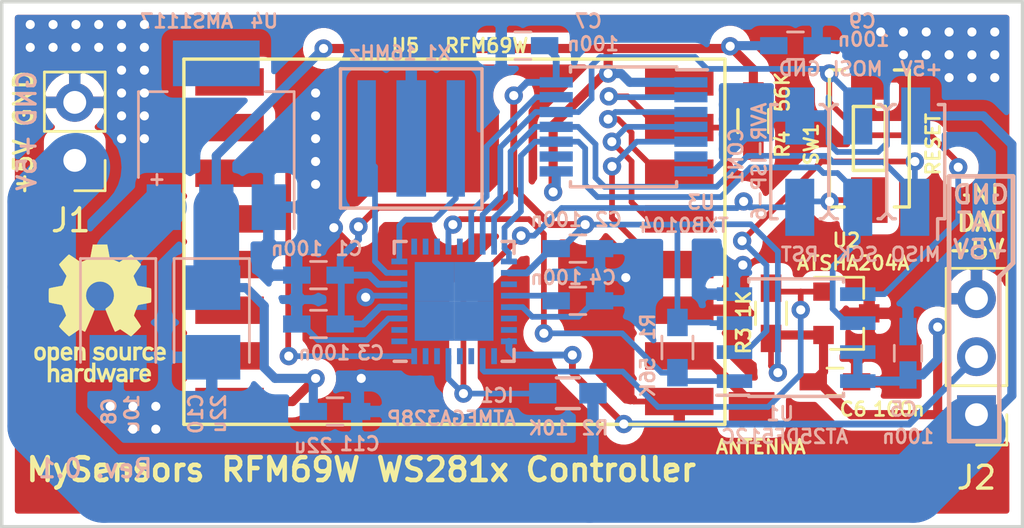
<source format=kicad_pcb>
(kicad_pcb (version 20170123) (host pcbnew no-vcs-found-342f28f~58~ubuntu16.04.1)
  (layers (0 F.Cu signal) (31 B.Cu signal) (34 B.Paste user) (35 F.Paste user) (36 B.SilkS user) (37 F.SilkS user) (38 B.Mask user) (39 F.Mask user) (44 Edge.Cuts user))
  (net 0 "")
  (net 1 GND)
  (net 2 +5V)
  (net 3 "Net-(C4-Pad2)")
  (net 4 /RST)
  (net 5 +3V3)
  (net 6 /MISO)
  (net 7 /SCK)
  (net 8 /MOSI)
  (net 9 "Net-(IC1-Pad8)")
  (net 10 "Net-(IC1-Pad7)")
  (net 11 /ATSHA204A)
  (net 12 /RFM69W_INT)
  (net 13 /RFM69W_SS)
  (net 14 /SPI_FLASH_SS)
  (net 15 "Net-(P1-Pad1)")
  (net 16 "Net-(R4-Pad1)")
  (net 17 "Net-(U3-Pad5)")
  (net 18 "Net-(U3-Pad4)")
  (net 19 "Net-(U3-Pad3)")
  (net 20 /D_OUT)
  (module myfootprints:1pin (layer F.Cu) (at 74.75 74.75 90)
    (fp_text reference REF** hide)
    (fp_text value 1pin hide)
    (pad "" thru_hole circle (at 0 0 90) (size 0.8 0.8) (drill 0.4) (layers *.Cu) (net 1 GND))
  )
  (module myfootprints:1pin (layer F.Cu) (at 77.75 74.75 90)
    (fp_text reference REF** hide)
    (fp_text value 1pin hide)
    (pad "" thru_hole circle (at 0 0 90) (size 0.8 0.8) (drill 0.4) (layers *.Cu) (net 1 GND))
  )
  (module myfootprints:1pin (layer F.Cu) (at 77.75 73.75 90)
    (fp_text reference REF** hide)
    (fp_text value 1pin hide)
    (pad "" thru_hole circle (at 0 0 90) (size 0.8 0.8) (drill 0.4) (layers *.Cu) (net 1 GND))
  )
  (module myfootprints:1pin (layer F.Cu) (at 75.75 73.75 90)
    (fp_text reference REF** hide)
    (fp_text value 1pin hide)
    (pad "" thru_hole circle (at 0 0 90) (size 0.8 0.8) (drill 0.4) (layers *.Cu) (net 1 GND))
  )
  (module myfootprints:1pin (layer F.Cu) (at 76.75 73.75 90)
    (fp_text reference REF** hide)
    (fp_text value 1pin hide)
    (pad "" thru_hole circle (at 0 0 90) (size 0.8 0.8) (drill 0.4) (layers *.Cu) (net 1 GND))
  )
  (module myfootprints:1pin (layer F.Cu) (at 74.75 73.75 90)
    (fp_text reference REF** hide)
    (fp_text value 1pin hide)
    (pad "" thru_hole circle (at 0 0 90) (size 0.8 0.8) (drill 0.4) (layers *.Cu) (net 1 GND))
  )
  (module myfootprints:1pin (layer F.Cu) (at 76.75 74.75 90)
    (fp_text reference REF** hide)
    (fp_text value 1pin hide)
    (pad "" thru_hole circle (at 0 0 90) (size 0.8 0.8) (drill 0.4) (layers *.Cu) (net 1 GND))
  )
  (module myfootprints:1pin (layer F.Cu) (at 75.75 74.75 90)
    (fp_text reference REF** hide)
    (fp_text value 1pin hide)
    (pad "" thru_hole circle (at 0 0 90) (size 0.8 0.8) (drill 0.4) (layers *.Cu) (net 1 GND))
  )
  (module myfootprints:1pin (layer F.Cu) (at 117 76.075 90)
    (fp_text reference REF** hide)
    (fp_text value 1pin hide)
    (pad "" thru_hole circle (at 0 0 90) (size 0.8 0.8) (drill 0.4) (layers *.Cu) (net 1 GND))
  )
  (module myfootprints:1pin (layer F.Cu) (at 116 76.075 90)
    (fp_text reference REF** hide)
    (fp_text value 1pin hide)
    (pad "" thru_hole circle (at 0 0 90) (size 0.8 0.8) (drill 0.4) (layers *.Cu) (net 1 GND))
  )
  (module myfootprints:1pin (layer F.Cu) (at 115 76.075 90)
    (fp_text reference REF** hide)
    (fp_text value 1pin hide)
    (pad "" thru_hole circle (at 0 0 90) (size 0.8 0.8) (drill 0.4) (layers *.Cu) (net 1 GND))
  )
  (module myfootprints:1pin (layer F.Cu) (at 114 74.075 90)
    (fp_text reference REF** hide)
    (fp_text value 1pin hide)
    (pad "" thru_hole circle (at 0 0 90) (size 0.8 0.8) (drill 0.4) (layers *.Cu) (net 1 GND))
  )
  (module myfootprints:1pin (layer F.Cu) (at 112 74.075 90)
    (fp_text reference REF** hide)
    (fp_text value 1pin hide)
    (pad "" thru_hole circle (at 0 0 90) (size 0.8 0.8) (drill 0.4) (layers *.Cu) (net 1 GND))
  )
  (module myfootprints:1pin (layer F.Cu) (at 114 75.075 90)
    (fp_text reference REF** hide)
    (fp_text value 1pin hide)
    (pad "" thru_hole circle (at 0 0 90) (size 0.8 0.8) (drill 0.4) (layers *.Cu) (net 1 GND))
  )
  (module myfootprints:1pin (layer F.Cu) (at 115 75.075 90)
    (fp_text reference REF** hide)
    (fp_text value 1pin hide)
    (pad "" thru_hole circle (at 0 0 90) (size 0.8 0.8) (drill 0.4) (layers *.Cu) (net 1 GND))
  )
  (module myfootprints:1pin (layer F.Cu) (at 115 74.075 90)
    (fp_text reference REF** hide)
    (fp_text value 1pin hide)
    (pad "" thru_hole circle (at 0 0 90) (size 0.8 0.8) (drill 0.4) (layers *.Cu) (net 1 GND))
  )
  (module myfootprints:1pin (layer F.Cu) (at 116 75.075 90)
    (fp_text reference REF** hide)
    (fp_text value 1pin hide)
    (pad "" thru_hole circle (at 0 0 90) (size 0.8 0.8) (drill 0.4) (layers *.Cu) (net 1 GND))
  )
  (module myfootprints:1pin (layer F.Cu) (at 116 74.075 90)
    (fp_text reference REF** hide)
    (fp_text value 1pin hide)
    (pad "" thru_hole circle (at 0 0 90) (size 0.8 0.8) (drill 0.4) (layers *.Cu) (net 1 GND))
  )
  (module myfootprints:1pin (layer F.Cu) (at 117 74.075 90)
    (fp_text reference REF** hide)
    (fp_text value 1pin hide)
    (pad "" thru_hole circle (at 0 0 90) (size 0.8 0.8) (drill 0.4) (layers *.Cu) (net 1 GND))
  )
  (module myfootprints:1pin (layer F.Cu) (at 117 75.075 90)
    (fp_text reference REF** hide)
    (fp_text value 1pin hide)
    (pad "" thru_hole circle (at 0 0 90) (size 0.8 0.8) (drill 0.4) (layers *.Cu) (net 1 GND))
  )
  (module myfootprints:1pin (layer F.Cu) (at 113 75.075 90)
    (fp_text reference REF** hide)
    (fp_text value 1pin hide)
    (pad "" thru_hole circle (at 0 0 90) (size 0.8 0.8) (drill 0.4) (layers *.Cu) (net 1 GND))
  )
  (module myfootprints:1pin (layer F.Cu) (at 113 74.075 90)
    (fp_text reference REF** hide)
    (fp_text value 1pin hide)
    (pad "" thru_hole circle (at 0 0 90) (size 0.8 0.8) (drill 0.4) (layers *.Cu) (net 1 GND))
  )
  (module myfootprints:1pin (layer F.Cu) (at 79.25 91.475 90)
    (fp_text reference REF** hide)
    (fp_text value 1pin hide)
    (pad "" thru_hole circle (at 0 0 90) (size 0.8 0.8) (drill 0.4) (layers *.Cu) (net 1 GND))
  )
  (module myfootprints:1pin (layer F.Cu) (at 80.25 91.475 90)
    (fp_text reference REF** hide)
    (fp_text value 1pin hide)
    (pad "" thru_hole circle (at 0 0 90) (size 0.8 0.8) (drill 0.4) (layers *.Cu) (net 1 GND))
  )
  (module myfootprints:1pin (layer F.Cu) (at 79.25 90.475 90)
    (fp_text reference REF** hide)
    (fp_text value 1pin hide)
    (pad "" thru_hole circle (at 0 0 90) (size 0.8 0.8) (drill 0.4) (layers *.Cu) (net 1 GND))
  )
  (module myfootprints:1pin (layer F.Cu) (at 80.25 90.475 90)
    (fp_text reference REF** hide)
    (fp_text value 1pin hide)
    (pad "" thru_hole circle (at 0 0 90) (size 0.8 0.8) (drill 0.4) (layers *.Cu) (net 1 GND))
  )
  (module myfootprints:1pin (layer F.Cu) (at 78.25 90.475 90)
    (fp_text reference REF** hide)
    (fp_text value 1pin hide)
    (pad "" thru_hole circle (at 0 0 90) (size 0.8 0.8) (drill 0.4) (layers *.Cu) (net 1 GND))
  )
  (module myfootprints:1pin (layer F.Cu) (at 87.25 80.75)
    (fp_text reference REF** hide)
    (fp_text value 1pin hide)
    (pad "" thru_hole circle (at 0 0) (size 0.8 0.8) (drill 0.4) (layers *.Cu) (net 1 GND))
  )
  (module myfootprints:1pin (layer F.Cu) (at 87.25 79.75)
    (fp_text reference REF** hide)
    (fp_text value 1pin hide)
    (pad "" thru_hole circle (at 0 0) (size 0.8 0.8) (drill 0.4) (layers *.Cu) (net 1 GND))
  )
  (module myfootprints:1pin (layer F.Cu) (at 87.25 78.75)
    (fp_text reference REF** hide)
    (fp_text value 1pin hide)
    (pad "" thru_hole circle (at 0 0) (size 0.8 0.8) (drill 0.4) (layers *.Cu) (net 1 GND))
  )
  (module myfootprints:1pin (layer F.Cu) (at 87.25 77.75)
    (fp_text reference REF** hide)
    (fp_text value 1pin hide)
    (pad "" thru_hole circle (at 0 0) (size 0.8 0.8) (drill 0.4) (layers *.Cu) (net 1 GND))
  )
  (module myfootprints:1pin (layer F.Cu) (at 87.25 76.75)
    (fp_text reference REF** hide)
    (fp_text value 1pin hide)
    (pad "" thru_hole circle (at 0 0) (size 0.8 0.8) (drill 0.4) (layers *.Cu) (net 1 GND))
  )
  (module myfootprints:1pin (layer F.Cu) (at 79.75 78.75)
    (fp_text reference REF** hide)
    (fp_text value 1pin hide)
    (pad "" thru_hole circle (at 0 0) (size 0.8 0.8) (drill 0.4) (layers *.Cu) (net 1 GND))
  )
  (module myfootprints:1pin (layer F.Cu) (at 78.75 78.75)
    (fp_text reference REF** hide)
    (fp_text value 1pin hide)
    (pad "" thru_hole circle (at 0 0) (size 0.8 0.8) (drill 0.4) (layers *.Cu) (net 1 GND))
  )
  (module myfootprints:1pin (layer F.Cu) (at 79.75 77.75)
    (fp_text reference REF** hide)
    (fp_text value 1pin hide)
    (pad "" thru_hole circle (at 0 0) (size 0.8 0.8) (drill 0.4) (layers *.Cu) (net 1 GND))
  )
  (module myfootprints:1pin (layer F.Cu) (at 78.75 77.75)
    (fp_text reference REF** hide)
    (fp_text value 1pin hide)
    (pad "" thru_hole circle (at 0 0) (size 0.8 0.8) (drill 0.4) (layers *.Cu) (net 1 GND))
  )
  (module myfootprints:1pin (layer F.Cu) (at 79.75 76.75)
    (fp_text reference REF** hide)
    (fp_text value 1pin hide)
    (pad "" thru_hole circle (at 0 0) (size 0.8 0.8) (drill 0.4) (layers *.Cu) (net 1 GND))
  )
  (module myfootprints:1pin (layer F.Cu) (at 78.75 76.75)
    (fp_text reference REF** hide)
    (fp_text value 1pin hide)
    (pad "" thru_hole circle (at 0 0) (size 0.8 0.8) (drill 0.4) (layers *.Cu) (net 1 GND))
  )
  (module myfootprints:1pin (layer F.Cu) (at 79.75 75.75)
    (fp_text reference REF** hide)
    (fp_text value 1pin hide)
    (pad "" thru_hole circle (at 0 0) (size 0.8 0.8) (drill 0.4) (layers *.Cu) (net 1 GND))
  )
  (module myfootprints:1pin (layer F.Cu) (at 78.75 75.75)
    (fp_text reference REF** hide)
    (fp_text value 1pin hide)
    (pad "" thru_hole circle (at 0 0) (size 0.8 0.8) (drill 0.4) (layers *.Cu) (net 1 GND))
  )
  (module myfootprints:1pin (layer F.Cu) (at 79.75 74.75)
    (fp_text reference REF** hide)
    (fp_text value 1pin hide)
    (pad "" thru_hole circle (at 0 0) (size 0.8 0.8) (drill 0.4) (layers *.Cu) (net 1 GND))
  )
  (module myfootprints:1pin (layer F.Cu) (at 78.75 74.75)
    (fp_text reference REF** hide)
    (fp_text value 1pin hide)
    (pad "" thru_hole circle (at 0 0) (size 0.8 0.8) (drill 0.4) (layers *.Cu) (net 1 GND))
  )
  (module myfootprints:1pin (layer F.Cu) (at 79.75 73.75)
    (fp_text reference REF** hide)
    (fp_text value 1pin hide)
    (pad "" thru_hole circle (at 0 0) (size 0.8 0.8) (drill 0.4) (layers *.Cu) (net 1 GND))
  )
  (module myfootprints:1pin (layer F.Cu) (at 78.75 73.75)
    (fp_text reference REF** hide)
    (fp_text value 1pin hide)
    (pad "" thru_hole circle (at 0 0) (size 0.8 0.8) (drill 0.4) (layers *.Cu) (net 1 GND))
  )
  (module myfootprints:1pin_smd_2mm (layer F.Cu) (at 106.25 90.5 180)
    (fp_text reference P1 hide)
    (fp_text value ANTENNA (at -0.5 -1.75 180) (layer F.SilkS) (effects (font (size 0.6 0.6) (thickness 0.12))))
    (pad 1 smd rect (at -0.1 -0.1 180) (size 2 1.5) (layers F.Cu F.Paste F.Mask) (net 15 "Net-(P1-Pad1)"))
  )
  (module Symbols:OSHW-Logo_5.7x6mm_SilkScreen (layer F.Cu) (at 77.8 86.4)
    (fp_text reference REF*** hide)
    (fp_text value OSHW-Logo_5.7x6mm_SilkScreen hide)
  )
  (module myfootprints:ZTTCS-3 (layer B.Cu) (at 91.44 78.74 180)
    (fp_text reference X1 (at -1.16 3.74) (layer B.SilkS) (effects (font (size 0.6 0.6) (thickness 0.12)) (justify mirror)))
    (fp_text value 16MHz (at 1.24 3.74) (layer B.SilkS) (effects (font (size 0.6 0.6) (thickness 0.12)) (justify mirror)))
    (pad 3 smd rect (at 1.95 0 180) (size 0.8 5.1) (layers B.Cu B.Paste B.Mask) (net 10 "Net-(IC1-Pad7)"))
    (pad 2 smd rect (at 0 0 180) (size 1.3 5.1) (layers B.Cu B.Paste B.Mask) (net 1 GND))
    (pad 1 smd rect (at -1.95 0 180) (size 0.8 5.1) (layers B.Cu B.Paste B.Mask) (net 9 "Net-(IC1-Pad8)"))
  )
  (module Capacitors_SMD:C_0603_HandSoldering (layer B.Cu) (at 88.1 90.7)
    (fp_text reference C11 (at 1.082 1.414) (layer B.SilkS) (effects (font (size 0.6 0.6) (thickness 0.12)) (justify mirror)))
    (fp_text value 22u (at -0.95 1.5) (layer B.SilkS) (effects (font (size 0.6 0.6) (thickness 0.12)) (justify mirror)))
    (pad 1 smd rect (at -0.95 0) (size 1.2 0.75) (layers B.Cu B.Paste B.Mask) (net 5 +3V3))
    (pad 2 smd rect (at 0.95 0) (size 1.2 0.75) (layers B.Cu B.Paste B.Mask) (net 1 GND))
  )
  (module Capacitors_SMD:C_0603_HandSoldering (layer B.Cu) (at 96.332 74.676 180)
    (fp_text reference C7 (at -2.868 1.076 180) (layer B.SilkS) (effects (font (size 0.6 0.6) (thickness 0.12)) (justify mirror)))
    (fp_text value 100n (at -3.068 0.076 180) (layer B.SilkS) (effects (font (size 0.6 0.6) (thickness 0.12)) (justify mirror)))
    (pad 1 smd rect (at -0.95 0 180) (size 1.2 0.75) (layers B.Cu B.Paste B.Mask) (net 2 +5V))
    (pad 2 smd rect (at 0.95 0 180) (size 1.2 0.75) (layers B.Cu B.Paste B.Mask) (net 1 GND))
  )
  (module Buttons_Switches_SMD:SW_SPST_EVQPE1 (layer F.Cu) (at 111.506 78.74 90)
    (fp_text reference SW1 (at -0.254 -2.54 90) (layer F.SilkS) (effects (font (size 0.6 0.6) (thickness 0.12))))
    (fp_text value RESET (at -0.254 2.794 90) (layer F.SilkS) (effects (font (size 0.6 0.6) (thickness 0.12))))
    (pad 2 smd rect (at 2.7 0 90) (size 2 1.6) (layers F.Cu F.Paste F.Mask) (net 1 GND))
    (pad 1 smd rect (at -2.7 0 90) (size 2 1.6) (layers F.Cu F.Paste F.Mask) (net 4 /RST))
  )
  (module Capacitors_SMD:C_0603_HandSoldering (layer B.Cu) (at 98.74 83.566 180)
    (fp_text reference C2 (at -1.336 1.27 180) (layer B.SilkS) (effects (font (size 0.6 0.6) (thickness 0.12)) (justify mirror)))
    (fp_text value 100n (at 0.95 1.27 180) (layer B.SilkS) (effects (font (size 0.6 0.6) (thickness 0.12)) (justify mirror)))
    (pad 1 smd rect (at -0.95 0 180) (size 1.2 0.75) (layers B.Cu B.Paste B.Mask) (net 1 GND))
    (pad 2 smd rect (at 0.95 0 180) (size 1.2 0.75) (layers B.Cu B.Paste B.Mask) (net 2 +5V))
  )
  (module Capacitors_SMD:C_0603_HandSoldering (layer B.Cu) (at 87.376 84.728 180)
    (fp_text reference C1 (at -1.336 1.162 180) (layer B.SilkS) (effects (font (size 0.6 0.6) (thickness 0.12)) (justify mirror)))
    (fp_text value 100n (at 0.95 1.162 180) (layer B.SilkS) (effects (font (size 0.6 0.6) (thickness 0.12)) (justify mirror)))
    (pad 1 smd rect (at -0.95 0 180) (size 1.2 0.75) (layers B.Cu B.Paste B.Mask) (net 2 +5V))
    (pad 2 smd rect (at 0.95 0 180) (size 1.2 0.75) (layers B.Cu B.Paste B.Mask) (net 1 GND))
  )
  (module Capacitors_SMD:C_0603_HandSoldering (layer B.Cu) (at 87.376 86.868)
    (fp_text reference C3 (at 2.286 1.27) (layer B.SilkS) (effects (font (size 0.6 0.6) (thickness 0.12)) (justify mirror)))
    (fp_text value 100n (at 0.254 1.27) (layer B.SilkS) (effects (font (size 0.6 0.6) (thickness 0.12)) (justify mirror)))
    (pad 1 smd rect (at -0.95 0) (size 1.2 0.75) (layers B.Cu B.Paste B.Mask) (net 1 GND))
    (pad 2 smd rect (at 0.95 0) (size 1.2 0.75) (layers B.Cu B.Paste B.Mask) (net 2 +5V))
  )
  (module Capacitors_SMD:C_0603_HandSoldering (layer B.Cu) (at 98.74 85.852 180)
    (fp_text reference C4 (at -1.082 1.016 180) (layer B.SilkS) (effects (font (size 0.6 0.6) (thickness 0.12)) (justify mirror)))
    (fp_text value 100n (at 0.95 1.016 180) (layer B.SilkS) (effects (font (size 0.6 0.6) (thickness 0.12)) (justify mirror)))
    (pad 2 smd rect (at 0.95 0 180) (size 1.2 0.75) (layers B.Cu B.Paste B.Mask) (net 3 "Net-(C4-Pad2)"))
    (pad 1 smd rect (at -0.95 0 180) (size 1.2 0.75) (layers B.Cu B.Paste B.Mask) (net 1 GND))
  )
  (module Capacitors_SMD:C_0603_HandSoldering (layer B.Cu) (at 108.27 74.676 180)
    (fp_text reference C9 (at -2.93 1.076 180) (layer B.SilkS) (effects (font (size 0.6 0.6) (thickness 0.12)) (justify mirror)))
    (fp_text value 100n (at -2.982 0.276 180) (layer B.SilkS) (effects (font (size 0.6 0.6) (thickness 0.12)) (justify mirror)))
    (pad 2 smd rect (at 0.95 0 180) (size 1.2 0.75) (layers B.Cu B.Paste B.Mask) (net 5 +3V3))
    (pad 1 smd rect (at -0.95 0 180) (size 1.2 0.75) (layers B.Cu B.Paste B.Mask) (net 1 GND))
  )
  (module myfootprints:AVR_ISP_SMT_Small_02x03 (layer B.Cu) (at 110.998 79.756 180)
    (fp_text reference CON1 (at 5.334 0.254 270) (layer B.SilkS) (effects (font (size 0.6 0.6) (thickness 0.12)) (justify mirror)))
    (fp_text value AVR-ISP-6 (at 4.318 0 270) (layer B.SilkS) (effects (font (size 0.6 0.6) (thickness 0.12)) (justify mirror)))
    (pad 1 smd rect (at -2.5 -2 180) (size 1.27 2.5) (layers B.Cu B.Paste B.Mask) (net 6 /MISO))
    (pad 3 smd rect (at 0 -2 180) (size 1.27 2.5) (layers B.Cu B.Paste B.Mask) (net 7 /SCK))
    (pad 5 smd rect (at 2.54 -2 180) (size 1.27 2.5) (layers B.Cu B.Paste B.Mask) (net 4 /RST))
    (pad 6 smd rect (at 2.54 2 180) (size 1.27 2.5) (layers B.Cu B.Paste B.Mask) (net 1 GND))
    (pad 4 smd rect (at 0 2 180) (size 1.27 2.5) (layers B.Cu B.Paste B.Mask) (net 8 /MOSI))
    (pad 2 smd rect (at -2.54 2 180) (size 1.27 2.5) (layers B.Cu B.Paste B.Mask) (net 2 +5V))
  )
  (module Housings_DFN_QFN:QFN-32-1EP_5x5mm_Pitch0.5mm (layer B.Cu) (at 93.3185 85.878)
    (fp_text reference IC1 (at 1.8815 4.122) (layer B.SilkS) (effects (font (size 0.6 0.6) (thickness 0.12)) (justify mirror)))
    (fp_text value ATMEGA328P (at -0.1185 5.122) (layer B.SilkS) (effects (font (size 0.6 0.6) (thickness 0.12)) (justify mirror)))
    (pad 33 smd rect (at -0.8625 0.8625) (size 1.725 1.725) (layers B.Cu B.Paste B.Mask))
    (pad 33 smd rect (at -0.8625 -0.8625) (size 1.725 1.725) (layers B.Cu B.Paste B.Mask))
    (pad 33 smd rect (at 0.8625 0.8625) (size 1.725 1.725) (layers B.Cu B.Paste B.Mask))
    (pad 33 smd rect (at 0.8625 -0.8625) (size 1.725 1.725) (layers B.Cu B.Paste B.Mask))
    (pad 32 smd rect (at -1.75 2.4 270) (size 0.7 0.25) (layers B.Cu B.Paste B.Mask) (net 12 /RFM69W_INT))
    (pad 31 smd rect (at -1.25 2.4 270) (size 0.7 0.25) (layers B.Cu B.Paste B.Mask))
    (pad 30 smd rect (at -0.75 2.4 270) (size 0.7 0.25) (layers B.Cu B.Paste B.Mask))
    (pad 29 smd rect (at -0.25 2.4 270) (size 0.7 0.25) (layers B.Cu B.Paste B.Mask) (net 4 /RST))
    (pad 28 smd rect (at 0.25 2.4 270) (size 0.7 0.25) (layers B.Cu B.Paste B.Mask))
    (pad 27 smd rect (at 0.75 2.4 270) (size 0.7 0.25) (layers B.Cu B.Paste B.Mask))
    (pad 26 smd rect (at 1.25 2.4 270) (size 0.7 0.25) (layers B.Cu B.Paste B.Mask) (net 11 /ATSHA204A))
    (pad 25 smd rect (at 1.75 2.4 270) (size 0.7 0.25) (layers B.Cu B.Paste B.Mask))
    (pad 24 smd rect (at 2.4 1.75) (size 0.7 0.25) (layers B.Cu B.Paste B.Mask) (net 20 /D_OUT))
    (pad 23 smd rect (at 2.4 1.25) (size 0.7 0.25) (layers B.Cu B.Paste B.Mask))
    (pad 22 smd rect (at 2.4 0.75) (size 0.7 0.25) (layers B.Cu B.Paste B.Mask))
    (pad 21 smd rect (at 2.4 0.25) (size 0.7 0.25) (layers B.Cu B.Paste B.Mask) (net 1 GND))
    (pad 20 smd rect (at 2.4 -0.25) (size 0.7 0.25) (layers B.Cu B.Paste B.Mask) (net 3 "Net-(C4-Pad2)"))
    (pad 19 smd rect (at 2.4 -0.75) (size 0.7 0.25) (layers B.Cu B.Paste B.Mask))
    (pad 18 smd rect (at 2.4 -1.25) (size 0.7 0.25) (layers B.Cu B.Paste B.Mask) (net 2 +5V))
    (pad 17 smd rect (at 2.4 -1.75) (size 0.7 0.25) (layers B.Cu B.Paste B.Mask) (net 7 /SCK))
    (pad 16 smd rect (at 1.75 -2.4 270) (size 0.7 0.25) (layers B.Cu B.Paste B.Mask) (net 6 /MISO))
    (pad 15 smd rect (at 1.25 -2.4 270) (size 0.7 0.25) (layers B.Cu B.Paste B.Mask) (net 8 /MOSI))
    (pad 14 smd rect (at 0.75 -2.4 270) (size 0.7 0.25) (layers B.Cu B.Paste B.Mask) (net 13 /RFM69W_SS))
    (pad 13 smd rect (at 0.25 -2.4 270) (size 0.7 0.25) (layers B.Cu B.Paste B.Mask))
    (pad 12 smd rect (at -0.25 -2.4 270) (size 0.7 0.25) (layers B.Cu B.Paste B.Mask) (net 14 /SPI_FLASH_SS))
    (pad 11 smd rect (at -0.75 -2.4 270) (size 0.7 0.25) (layers B.Cu B.Paste B.Mask))
    (pad 10 smd rect (at -1.25 -2.4 270) (size 0.7 0.25) (layers B.Cu B.Paste B.Mask))
    (pad 9 smd rect (at -1.75 -2.4 270) (size 0.7 0.25) (layers B.Cu B.Paste B.Mask))
    (pad 8 smd rect (at -2.4 -1.75) (size 0.7 0.25) (layers B.Cu B.Paste B.Mask) (net 9 "Net-(IC1-Pad8)"))
    (pad 7 smd rect (at -2.4 -1.25) (size 0.7 0.25) (layers B.Cu B.Paste B.Mask) (net 10 "Net-(IC1-Pad7)"))
    (pad 6 smd rect (at -2.4 -0.75) (size 0.7 0.25) (layers B.Cu B.Paste B.Mask) (net 2 +5V))
    (pad 5 smd rect (at -2.4 -0.25) (size 0.7 0.25) (layers B.Cu B.Paste B.Mask) (net 1 GND))
    (pad 4 smd rect (at -2.4 0.25) (size 0.7 0.25) (layers B.Cu B.Paste B.Mask) (net 2 +5V))
    (pad 3 smd rect (at -2.4 0.75) (size 0.7 0.25) (layers B.Cu B.Paste B.Mask) (net 1 GND))
    (pad 2 smd rect (at -2.4 1.25) (size 0.7 0.25) (layers B.Cu B.Paste B.Mask))
    (pad 1 smd rect (at -2.4 1.75) (size 0.7 0.25) (layers B.Cu B.Paste B.Mask))
  )
  (module Resistors_SMD:R_0603_HandSoldering (layer B.Cu) (at 98.3 89.9 180)
    (fp_text reference R2 (at -1.186 -1.524 180) (layer B.SilkS) (effects (font (size 0.6 0.6) (thickness 0.12)) (justify mirror)))
    (fp_text value 10K (at 0.846 -1.524 180) (layer B.SilkS) (effects (font (size 0.6 0.6) (thickness 0.12)) (justify mirror)))
    (pad 2 smd rect (at 1.1 0 180) (size 1.2 0.9) (layers B.Cu B.Paste B.Mask) (net 4 /RST))
    (pad 1 smd rect (at -1.1 0 180) (size 1.2 0.9) (layers B.Cu B.Paste B.Mask) (net 2 +5V))
  )
  (module Resistors_SMD:R_0603_HandSoldering (layer F.Cu) (at 106.426 77.978 90)
    (fp_text reference R4 (at -1.016 1.27 90) (layer F.SilkS) (effects (font (size 0.6 0.6) (thickness 0.12))))
    (fp_text value 56K (at 1.27 1.27 90) (layer F.SilkS) (effects (font (size 0.6 0.6) (thickness 0.12))))
    (pad 2 smd rect (at 1.1 0 90) (size 1.2 0.9) (layers F.Cu F.Paste F.Mask) (net 5 +3V3))
    (pad 1 smd rect (at -1.1 0 90) (size 1.2 0.9) (layers F.Cu F.Paste F.Mask) (net 16 "Net-(R4-Pad1)"))
  )
  (module Housings_SSOP:TSSOP-14_4.4x5mm_Pitch0.65mm (layer B.Cu) (at 100.74 78.232 180)
    (fp_text reference U3 (at -3.4 -3.302 180) (layer B.SilkS) (effects (font (size 0.6 0.6) (thickness 0.12)) (justify mirror)))
    (fp_text value TXB0104 (at -2.638 -4.318 180) (layer B.SilkS) (effects (font (size 0.6 0.6) (thickness 0.12)) (justify mirror)))
    (pad 14 smd rect (at 2.95 1.95 180) (size 1.45 0.45) (layers B.Cu B.Paste B.Mask) (net 2 +5V))
    (pad 13 smd rect (at 2.95 1.3 180) (size 1.45 0.45) (layers B.Cu B.Paste B.Mask) (net 13 /RFM69W_SS))
    (pad 12 smd rect (at 2.95 0.65 180) (size 1.45 0.45) (layers B.Cu B.Paste B.Mask) (net 8 /MOSI))
    (pad 11 smd rect (at 2.95 0 180) (size 1.45 0.45) (layers B.Cu B.Paste B.Mask) (net 6 /MISO))
    (pad 10 smd rect (at 2.95 -0.65 180) (size 1.45 0.45) (layers B.Cu B.Paste B.Mask) (net 7 /SCK))
    (pad 9 smd rect (at 2.95 -1.3 180) (size 1.45 0.45) (layers B.Cu B.Paste B.Mask))
    (pad 8 smd rect (at 2.95 -1.95 180) (size 1.45 0.45) (layers B.Cu B.Paste B.Mask) (net 5 +3V3))
    (pad 7 smd rect (at -2.95 -1.95 180) (size 1.45 0.45) (layers B.Cu B.Paste B.Mask) (net 1 GND))
    (pad 6 smd rect (at -2.95 -1.3 180) (size 1.45 0.45) (layers B.Cu B.Paste B.Mask))
    (pad 5 smd rect (at -2.95 -0.65 180) (size 1.45 0.45) (layers B.Cu B.Paste B.Mask) (net 17 "Net-(U3-Pad5)"))
    (pad 4 smd rect (at -2.95 0 180) (size 1.45 0.45) (layers B.Cu B.Paste B.Mask) (net 18 "Net-(U3-Pad4)"))
    (pad 3 smd rect (at -2.95 0.65 180) (size 1.45 0.45) (layers B.Cu B.Paste B.Mask) (net 19 "Net-(U3-Pad3)"))
    (pad 2 smd rect (at -2.95 1.3 180) (size 1.45 0.45) (layers B.Cu B.Paste B.Mask) (net 16 "Net-(R4-Pad1)"))
    (pad 1 smd rect (at -2.95 1.95 180) (size 1.45 0.45) (layers B.Cu B.Paste B.Mask) (net 5 +3V3))
  )
  (module mysensors_radios:RFM69HW_SMD_Handsoldering (layer F.Cu) (at 84.88 76.264)
    (fp_text reference U5 (at 6.306 -1.588) (layer F.SilkS) (effects (font (size 0.6 0.6) (thickness 0.12))))
    (fp_text value RFM69W (at 9.862 -1.588) (layer F.SilkS) (effects (font (size 0.6 0.6) (thickness 0.12))))
    (pad 16 smd rect (at 18.3 0) (size 3 1.2) (layers F.Cu F.Paste F.Mask))
    (pad 15 smd rect (at 18.3 2) (size 3 1.2) (layers F.Cu F.Paste F.Mask) (net 16 "Net-(R4-Pad1)"))
    (pad 14 smd rect (at 18.3 4) (size 3 1.2) (layers F.Cu F.Paste F.Mask) (net 19 "Net-(U3-Pad3)"))
    (pad 13 smd rect (at 18.3 6) (size 3 1.2) (layers F.Cu F.Paste F.Mask) (net 18 "Net-(U3-Pad4)"))
    (pad 12 smd rect (at 18.3 8) (size 3 1.2) (layers F.Cu F.Paste F.Mask) (net 17 "Net-(U3-Pad5)"))
    (pad 11 smd rect (at 18.3 10) (size 3 1.2) (layers F.Cu F.Paste F.Mask) (net 1 GND))
    (pad 10 smd rect (at 18.3 12) (size 3 1.2) (layers F.Cu F.Paste F.Mask) (net 15 "Net-(P1-Pad1)"))
    (pad 9 smd rect (at 18.3 14) (size 3 1.2) (layers F.Cu F.Paste F.Mask) (net 1 GND))
    (pad 8 smd rect (at -1.4 14) (size 3 1.2) (layers F.Cu F.Paste F.Mask) (net 5 +3V3))
    (pad 7 smd rect (at -1.4 12) (size 3 1.2) (layers F.Cu F.Paste F.Mask))
    (pad 6 smd rect (at -1.4 10) (size 3 1.2) (layers F.Cu F.Paste F.Mask))
    (pad 5 smd rect (at -1.4 8) (size 3 1.2) (layers F.Cu F.Paste F.Mask))
    (pad 4 smd rect (at -1.4 6) (size 3 1.2) (layers F.Cu F.Paste F.Mask))
    (pad 3 smd rect (at -1.4 4) (size 3 1.2) (layers F.Cu F.Paste F.Mask))
    (pad 2 smd rect (at -1.4 2) (size 3 1.2) (layers F.Cu F.Paste F.Mask) (net 12 /RFM69W_INT))
    (pad 1 smd rect (at -1.4 0) (size 3 1.2) (layers F.Cu F.Paste F.Mask))
  )
  (module Capacitors_SMD:C_0603_HandSoldering (layer F.Cu) (at 110 89.4)
    (fp_text reference C6 (at 0.8 1.2) (layer F.SilkS) (effects (font (size 0.6 0.6) (thickness 0.12))))
    (fp_text value 100n (at 2.8 1.2) (layer F.SilkS) (effects (font (size 0.6 0.6) (thickness 0.12))))
    (pad 2 smd rect (at 0.95 0) (size 1.2 0.75) (layers F.Cu F.Paste F.Mask) (net 1 GND))
    (pad 1 smd rect (at -0.95 0) (size 1.2 0.75) (layers F.Cu F.Paste F.Mask) (net 2 +5V))
  )
  (module Capacitors_Tantalum_SMD:CP_Tantalum_Case-B_EIA-3528-21_Reflow (layer B.Cu) (at 78.6 86.8 270)
    (fp_text reference C8 (at 3.9 0.4 270) (layer B.SilkS) (effects (font (size 0.6 0.6) (thickness 0.12)) (justify mirror)))
    (fp_text value 10u (at 4 -0.6 270) (layer B.SilkS) (effects (font (size 0.6 0.6) (thickness 0.12)) (justify mirror)))
    (pad 1 smd rect (at -1.525 0 270) (size 1.95 2.5) (layers B.Cu B.Paste B.Mask) (net 2 +5V))
    (pad 2 smd rect (at 1.525 0 270) (size 1.95 2.5) (layers B.Cu B.Paste B.Mask) (net 1 GND))
  )
  (module Capacitors_Tantalum_SMD:CP_Tantalum_Case-B_EIA-3528-21_Reflow (layer B.Cu) (at 82.7 86.8 270)
    (fp_text reference C10 (at 4 0.7 270) (layer B.SilkS) (effects (font (size 0.6 0.6) (thickness 0.12)) (justify mirror)))
    (fp_text value 22u (at 4 -0.3 270) (layer B.SilkS) (effects (font (size 0.6 0.6) (thickness 0.12)) (justify mirror)))
    (pad 2 smd rect (at 1.525 0 270) (size 1.95 2.5) (layers B.Cu B.Paste B.Mask) (net 1 GND))
    (pad 1 smd rect (at -1.525 0 270) (size 1.95 2.5) (layers B.Cu B.Paste B.Mask) (net 5 +3V3))
  )
  (module Resistors_SMD:R_0603_HandSoldering (layer F.Cu) (at 107.2 86.4 270)
    (fp_text reference R3 (at 1.2 1.2 270) (layer F.SilkS) (effects (font (size 0.6 0.6) (thickness 0.12))))
    (fp_text value 1K (at -0.4 1.2 270) (layer F.SilkS) (effects (font (size 0.6 0.6) (thickness 0.12))))
    (pad 2 smd rect (at 1.1 0 270) (size 1.2 0.9) (layers F.Cu F.Paste F.Mask) (net 2 +5V))
    (pad 1 smd rect (at -1.1 0 270) (size 1.2 0.9) (layers F.Cu F.Paste F.Mask) (net 11 /ATSHA204A))
  )
  (module Housings_SOIC:SOIC-8_3.9x4.9mm_Pitch1.27mm (layer B.Cu) (at 108.3 87.465)
    (fp_text reference U1 (at -0.7 3.335) (layer B.SilkS) (effects (font (size 0.6 0.6) (thickness 0.12)) (justify mirror)))
    (fp_text value AT25DF512C (at -0.5 4.335) (layer B.SilkS) (effects (font (size 0.6 0.6) (thickness 0.12)) (justify mirror)))
    (pad 8 smd rect (at 2.7 1.905) (size 1.55 0.6) (layers B.Cu B.Paste B.Mask) (net 2 +5V))
    (pad 7 smd rect (at 2.7 0.635) (size 1.55 0.6) (layers B.Cu B.Paste B.Mask) (net 2 +5V))
    (pad 6 smd rect (at 2.7 -0.635) (size 1.55 0.6) (layers B.Cu B.Paste B.Mask) (net 7 /SCK))
    (pad 5 smd rect (at 2.7 -1.905) (size 1.55 0.6) (layers B.Cu B.Paste B.Mask) (net 8 /MOSI))
    (pad 4 smd rect (at -2.7 -1.905) (size 1.55 0.6) (layers B.Cu B.Paste B.Mask) (net 1 GND))
    (pad 3 smd rect (at -2.7 -0.635) (size 1.55 0.6) (layers B.Cu B.Paste B.Mask) (net 2 +5V))
    (pad 2 smd rect (at -2.7 0.635) (size 1.55 0.6) (layers B.Cu B.Paste B.Mask) (net 6 /MISO))
    (pad 1 smd rect (at -2.7 1.905) (size 1.55 0.6) (layers B.Cu B.Paste B.Mask) (net 14 /SPI_FLASH_SS))
  )
  (module TO_SOT_Packages_SMD:SOT-23 (layer F.Cu) (at 110.5 86.4)
    (fp_text reference U2 (at 0 -3.2) (layer F.SilkS) (effects (font (size 0.6 0.6) (thickness 0.12))))
    (fp_text value ATSHA204A (at 0.3 -2.2) (layer F.SilkS) (effects (font (size 0.6 0.6) (thickness 0.12))))
    (pad 3 smd rect (at 1 0) (size 0.9 0.8) (layers F.Cu F.Paste F.Mask) (net 1 GND))
    (pad 2 smd rect (at -1 0.95) (size 0.9 0.8) (layers F.Cu F.Paste F.Mask) (net 2 +5V))
    (pad 1 smd rect (at -1 -0.95) (size 0.9 0.8) (layers F.Cu F.Paste F.Mask) (net 11 /ATSHA204A))
  )
  (module TO_SOT_Packages_SMD:SOT-223 (layer B.Cu) (at 82.9 78.6 90)
    (fp_text reference U4 (at 5 2.1 180) (layer B.SilkS) (effects (font (size 0.6 0.6) (thickness 0.12)) (justify mirror)))
    (fp_text value AMS1117 (at 5 -1.3 180) (layer B.SilkS) (effects (font (size 0.6 0.6) (thickness 0.12)) (justify mirror)))
    (pad 1 smd rect (at -3.15 2.3 90) (size 2 1.5) (layers B.Cu B.Paste B.Mask) (net 1 GND))
    (pad 3 smd rect (at -3.15 -2.3 90) (size 2 1.5) (layers B.Cu B.Paste B.Mask) (net 2 +5V))
    (pad 2 smd rect (at -3.15 0 90) (size 2 1.5) (layers B.Cu B.Paste B.Mask) (net 5 +3V3))
    (pad 4 smd rect (at 3.15 0 90) (size 2 3.8) (layers B.Cu B.Paste B.Mask))
  )
  (module Capacitors_SMD:C_0603_HandSoldering (layer B.Cu) (at 113.2 88.15 90)
    (fp_text reference C5 (at -2.45 -0.2 180) (layer B.SilkS) (effects (font (size 0.6 0.6) (thickness 0.12)) (justify mirror)))
    (fp_text value 100n (at -3.65 0 180) (layer B.SilkS) (effects (font (size 0.6 0.6) (thickness 0.12)) (justify mirror)))
    (pad 2 smd rect (at 0.95 0 90) (size 1.2 0.75) (layers B.Cu B.Paste B.Mask) (net 1 GND))
    (pad 1 smd rect (at -0.95 0 90) (size 1.2 0.75) (layers B.Cu B.Paste B.Mask) (net 2 +5V))
  )
  (module Resistors_SMD:R_0603_HandSoldering (layer B.Cu) (at 103.1 87.9 90)
    (fp_text reference R1 (at 0.9 -1.3 90) (layer B.SilkS) (effects (font (size 0.6 0.6) (thickness 0.12)) (justify mirror)))
    (fp_text value 56K (at -1.3 -1.3 90) (layer B.SilkS) (effects (font (size 0.6 0.6) (thickness 0.12)) (justify mirror)))
    (pad 2 smd rect (at 1.1 0 90) (size 1.2 0.9) (layers B.Cu B.Paste B.Mask) (net 2 +5V))
    (pad 1 smd rect (at -1.1 0 90) (size 1.2 0.9) (layers B.Cu B.Paste B.Mask) (net 14 /SPI_FLASH_SS))
  )
  (module Pin_Headers:Pin_Header_Straight_1x02_Pitch2.54mm (layer F.Cu) (at 76.7 79.7 180)
    (fp_text reference J1 (at 0.175 -2.625 180) (layer F.SilkS))
    (fp_text value PWR)
    (pad 2 thru_hole oval (at 0 2.54 180) (size 1.7 1.7) (drill 1) (layers *.Cu *.Mask) (net 1 GND))
    (pad 1 thru_hole rect (at 0 0 180) (size 1.7 1.7) (drill 1) (layers *.Cu *.Mask) (net 2 +5V))
  )
  (module Pin_Headers:Pin_Header_Straight_1x03_Pitch2.54mm (layer F.Cu) (at 116.2 90.84 180)
    (fp_text reference J2 (at 0 -2.76 180) (layer F.SilkS))
    (fp_text value CTRL_OUT)
    (pad 3 thru_hole oval (at 0 5.08 180) (size 1.7 1.7) (drill 1) (layers *.Cu *.Mask) (net 1 GND))
    (pad 2 thru_hole oval (at 0 2.54 180) (size 1.7 1.7) (drill 1) (layers *.Cu *.Mask) (net 20 /D_OUT))
    (pad 1 thru_hole rect (at 0 0 180) (size 1.7 1.7) (drill 1) (layers *.Cu *.Mask) (net 2 +5V))
  )
  (gr_line (start 117.6 84.4) (end 117.8 84.2) (layer F.SilkS) (width 0.2))
  (gr_line (start 117.8 80.4) (end 117.8 84.2) (layer F.SilkS) (width 0.2))
  (gr_line (start 115 80.4) (end 117.8 80.4) (layer F.SilkS) (width 0.2))
  (gr_line (start 115 84.4) (end 115 84.4) (layer F.SilkS) (width 0.2))
  (gr_line (start 115 80.4) (end 115 84.4) (layer F.SilkS) (width 0.2))
  (gr_line (start 115 83.2) (end 115 83.2) (layer B.SilkS) (width 0.2))
  (gr_line (start 115 80.4) (end 115 83.2) (layer B.SilkS) (width 0.2))
  (gr_line (start 117.8 80.4) (end 115 80.4) (layer B.SilkS) (width 0.2))
  (gr_line (start 117.8 84.2) (end 117.8 80.4) (layer B.SilkS) (width 0.2))
  (gr_line (start 117.2 84.8) (end 117.8 84.2) (layer B.SilkS) (width 0.2))
  (gr_line (start 117.2 92) (end 117.2 84.8) (layer B.SilkS) (width 0.2))
  (gr_line (start 115 92) (end 117.2 92) (layer B.SilkS) (width 0.2))
  (gr_line (start 115 83.2) (end 115 92) (layer B.SilkS) (width 0.2))
  (gr_text DAT (at 116.4 82.4) (layer B.SilkS) (effects (font (size 0.8 0.8) (thickness 0.14)) (justify mirror)))
  (gr_text +5V (at 116.4 83.6) (layer B.SilkS) (effects (font (size 0.8 0.8) (thickness 0.14)) (justify mirror)))
  (gr_text GND (at 116.4 81.2) (layer B.SilkS) (effects (font (size 0.8 0.8) (thickness 0.14)) (justify mirror)))
  (gr_text GND (at 116.4 81.2) (layer F.SilkS) (effects (font (size 0.8 0.8) (thickness 0.14))))
  (gr_text DAT (at 116.4 82.4) (layer F.SilkS) (effects (font (size 0.8 0.8) (thickness 0.14))))
  (gr_text +5V (at 116.2 83.6) (layer F.SilkS) (effects (font (size 0.8 0.8) (thickness 0.14))))
  (gr_text DAT (at 116.4 82.4) (layer F.SilkS) (effects (font (size 0.8 0.8) (thickness 0.14))))
  (gr_text +5V (at 116.2 83.6) (layer F.SilkS) (effects (font (size 0.8 0.8) (thickness 0.14))))
  (gr_text GND (at 116.4 81.2) (layer F.SilkS) (effects (font (size 0.8 0.8) (thickness 0.14))))
  (gr_text GND (at 74.45 77 90) (layer F.SilkS) (effects (font (size 0.8 0.8) (thickness 0.14))))
  (gr_text +5V (at 74.45 80 90) (layer F.SilkS) (effects (font (size 0.8 0.8) (thickness 0.14))))
  (gr_text GND (at 74.6 77 90) (layer B.SilkS) (effects (font (size 0.8 0.8) (thickness 0.14)) (justify mirror)))
  (gr_text +5V (at 74.6 79.8 90) (layer B.SilkS) (effects (font (size 0.8 0.8) (thickness 0.14)) (justify mirror)))
  (gr_text + (at 80.3 80.5) (layer B.SilkS) (effects (font (size 0.6 0.6) (thickness 0.12))))
  (gr_text "MySensors RFM69W WS281x Controller" (at 89.25 93.25) (layer F.SilkS) (effects (font (size 1 1) (thickness 0.2))))
  (gr_text "Rev. 0.1" (at 77.6 93.2) (layer B.SilkS) (effects (font (size 0.8 0.8) (thickness 0.14)) (justify mirror)))
  (gr_text GND (at 108.458 75.692) (layer B.SilkS) (effects (font (size 0.6 0.6) (thickness 0.12)) (justify mirror)))
  (gr_text MOSI (at 110.998 75.692) (layer B.SilkS) (effects (font (size 0.6 0.6) (thickness 0.12)) (justify mirror)))
  (gr_text +5V (at 113.792 75.692) (layer B.SilkS) (effects (font (size 0.6 0.6) (thickness 0.12)) (justify mirror)))
  (gr_text MISO (at 113.538 83.82) (layer B.SilkS) (effects (font (size 0.6 0.6) (thickness 0.12)) (justify mirror)))
  (gr_text SCK (at 110.998 83.82) (layer B.SilkS) (effects (font (size 0.6 0.6) (thickness 0.12)) (justify mirror)))
  (gr_text RST (at 108.458 83.82) (layer B.SilkS) (effects (font (size 0.6 0.6) (thickness 0.12)) (justify mirror)))
  (gr_line (start 73.5 95.75) (end 73.5 72.74999) (layer Edge.Cuts) (width 0.15))
  (gr_line (start 118.21 95.75) (end 73.5 95.75) (layer Edge.Cuts) (width 0.15))
  (gr_line (start 118.216 72.749972) (end 118.216 95.750025) (layer Edge.Cuts) (width 0.15))
  (gr_line (start 73.5 72.75) (end 118.216 72.75) (layer Edge.Cuts) (width 0.15))
  (segment (start 89.05 90.7) (end 89.05 90.95) (width 0.25) (layer B.Cu) (net 1))
  (segment (start 105.6 84.65) (end 105.966754 84.283246) (width 0.25) (layer B.Cu) (net 1))
  (segment (start 105.966754 84.284854) (end 105.966754 84.283246) (width 0.25) (layer F.Cu) (net 1))
  (segment (start 105.6 85.56) (end 105.6 84.65) (width 0.25) (layer B.Cu) (net 1))
  (via (at 105.966754 84.283246) (size 0.8) (drill 0.4) (layers F.Cu B.Cu) (net 1))
  (segment (start 106.01295 84.33105) (end 105.966754 84.284854) (width 0.25) (layer F.Cu) (net 1))
  (segment (start 89.442189 84.042179) (end 88.05001 82.65) (width 0.25) (layer F.Cu) (net 1))
  (segment (start 89.442189 85.697136) (end 89.442189 84.042179) (width 0.25) (layer F.Cu) (net 1))
  (segment (start 86.426 84.728) (end 86.651 84.728) (width 0.25) (layer B.Cu) (net 1))
  (segment (start 87.15001 81.75) (end 88.05001 82.65) (width 0.25) (layer B.Cu) (net 1))
  (via (at 88.05001 82.65) (size 0.8) (drill 0.4) (layers F.Cu B.Cu) (net 1))
  (segment (start 85.2 81.75) (end 87.15001 81.75) (width 0.25) (layer B.Cu) (net 1))
  (segment (start 89.25 89.25) (end 89.25 90.5) (width 0.25) (layer B.Cu) (net 1))
  (segment (start 89.25 90.5) (end 89.05 90.7) (width 0.25) (layer B.Cu) (net 1))
  (segment (start 89.442189 85.697136) (end 89.442189 89.057811) (width 0.25) (layer F.Cu) (net 1))
  (segment (start 89.442189 89.057811) (end 89.25 89.25) (width 0.25) (layer F.Cu) (net 1))
  (via (at 89.25 89.25) (size 0.8) (drill 0.4) (layers F.Cu B.Cu) (net 1))
  (segment (start 111.506 76.04) (end 111.506 76.24) (width 0.25) (layer F.Cu) (net 1))
  (segment (start 104.08 86.264) (end 103.18 86.264) (width 0.25) (layer F.Cu) (net 1))
  (segment (start 89.503765 87.568001) (end 87.351001 87.568001) (width 0.25) (layer B.Cu) (net 1))
  (segment (start 89.511325 85.628) (end 89.442189 85.697136) (width 0.25) (layer B.Cu) (net 1))
  (segment (start 90.9185 85.628) (end 89.511325 85.628) (width 0.25) (layer B.Cu) (net 1))
  (via (at 89.442189 85.697136) (size 0.8) (drill 0.4) (layers F.Cu B.Cu) (net 1))
  (segment (start 86.651 86.868) (end 86.426 86.868) (width 0.25) (layer B.Cu) (net 1))
  (segment (start 87.351001 87.568001) (end 86.651 86.868) (width 0.25) (layer B.Cu) (net 1))
  (segment (start 90.443766 86.628) (end 89.503765 87.568001) (width 0.25) (layer B.Cu) (net 1))
  (segment (start 90.9185 86.628) (end 90.443766 86.628) (width 0.25) (layer B.Cu) (net 1))
  (segment (start 100.838 84.836) (end 101.075 85.073) (width 0.25) (layer F.Cu) (net 1))
  (segment (start 101.075 85.073) (end 101.075 85.925) (width 0.25) (layer F.Cu) (net 1))
  (segment (start 101.075 85.925) (end 101.414 86.264) (width 0.25) (layer F.Cu) (net 1))
  (segment (start 101.414 86.264) (end 103.18 86.264) (width 0.25) (layer F.Cu) (net 1))
  (segment (start 108.458 77.756) (end 109.252 77.756) (width 0.25) (layer B.Cu) (net 1))
  (segment (start 109.252 77.756) (end 109.728 78.232) (width 0.25) (layer B.Cu) (net 1))
  (segment (start 109.728 78.232) (end 109.728 78.956002) (width 0.25) (layer B.Cu) (net 1))
  (segment (start 112.268 76.2) (end 110.744 74.676) (width 0.25) (layer B.Cu) (net 1))
  (segment (start 109.728 78.956002) (end 110.102999 79.331001) (width 0.25) (layer B.Cu) (net 1))
  (segment (start 110.102999 79.331001) (end 111.893001 79.331001) (width 0.25) (layer B.Cu) (net 1))
  (segment (start 112.268 78.956002) (end 112.268 76.2) (width 0.25) (layer B.Cu) (net 1))
  (segment (start 111.893001 79.331001) (end 112.268 78.956002) (width 0.25) (layer B.Cu) (net 1))
  (segment (start 110.744 74.676) (end 109.22 74.676) (width 0.25) (layer B.Cu) (net 1))
  (segment (start 103.18 86.264) (end 101.43 86.264) (width 0.25) (layer F.Cu) (net 1))
  (segment (start 101.43 86.264) (end 101.092 86.602) (width 0.25) (layer F.Cu) (net 1))
  (segment (start 101.092 86.602) (end 101.092 90.17) (width 0.25) (layer F.Cu) (net 1))
  (segment (start 101.092 90.17) (end 101.186 90.264) (width 0.25) (layer F.Cu) (net 1))
  (segment (start 109.22 74.676) (end 108.995 74.676) (width 0.25) (layer B.Cu) (net 1))
  (segment (start 99.69 84.836) (end 99.69 85.852) (width 0.25) (layer B.Cu) (net 1))
  (segment (start 99.69 83.566) (end 99.69 84.836) (width 0.25) (layer B.Cu) (net 1))
  (segment (start 99.69 84.836) (end 100.838 84.836) (width 0.25) (layer B.Cu) (net 1))
  (via (at 100.838 84.836) (size 0.8) (drill 0.4) (layers F.Cu B.Cu) (net 1))
  (segment (start 95.7185 86.128) (end 96.3185 86.128) (width 0.25) (layer B.Cu) (net 1))
  (segment (start 96.3185 86.128) (end 96.742501 86.552001) (width 0.25) (layer B.Cu) (net 1))
  (segment (start 96.742501 86.552001) (end 98.764999 86.552001) (width 0.25) (layer B.Cu) (net 1))
  (segment (start 98.764999 86.552001) (end 99.465 85.852) (width 0.25) (layer B.Cu) (net 1))
  (segment (start 99.465 85.852) (end 99.69 85.852) (width 0.25) (layer B.Cu) (net 1))
  (segment (start 101.186 90.264) (end 103.18 90.264) (width 0.25) (layer F.Cu) (net 1))
  (segment (start 103.69 80.182) (end 104.665 80.182) (width 0.25) (layer B.Cu) (net 1))
  (segment (start 104.665 80.182) (end 107.091 77.756) (width 0.25) (layer B.Cu) (net 1))
  (segment (start 107.091 77.756) (end 108.458 77.756) (width 0.25) (layer B.Cu) (net 1))
  (segment (start 86.426 84.728) (end 86.426 86.868) (width 0.25) (layer B.Cu) (net 1))
  (segment (start 95.947575 80.952885) (end 95.952885 80.952885) (width 0.3) (layer F.Cu) (net 2))
  (segment (start 95.952885 80.952885) (end 97.51301 82.51301) (width 0.3) (layer F.Cu) (net 2))
  (segment (start 97.51301 82.51301) (end 99.06 82.51301) (width 0.3) (layer F.Cu) (net 2))
  (segment (start 76.75 80) (end 75.25 81.5) (width 3) (layer B.Cu) (net 2))
  (segment (start 75.25 81.5) (end 75.25 85.25) (width 3) (layer B.Cu) (net 2))
  (segment (start 99.25 94.075011) (end 113.424989 94.075011) (width 3) (layer B.Cu) (net 2))
  (segment (start 113.424989 94.075011) (end 116 91.5) (width 3) (layer B.Cu) (net 2))
  (segment (start 77.975011 94.075011) (end 99.25 94.075011) (width 3) (layer B.Cu) (net 2))
  (segment (start 99.4 89.9) (end 99.4 93.925011) (width 0.5) (layer B.Cu) (net 2))
  (segment (start 99.4 93.925011) (end 99.25 94.075011) (width 0.5) (layer B.Cu) (net 2))
  (segment (start 75.25 85.25) (end 75.25 91.35) (width 3) (layer B.Cu) (net 2))
  (segment (start 75.25 91.35) (end 77.975011 94.075011) (width 3) (layer B.Cu) (net 2))
  (segment (start 103.11301 82.5) (end 103.1 82.51301) (width 0.25) (layer B.Cu) (net 2))
  (segment (start 103.1 82.51301) (end 99.06 82.51301) (width 0.25) (layer B.Cu) (net 2))
  (segment (start 106.308105 82.5) (end 103.11301 82.5) (width 0.25) (layer B.Cu) (net 2))
  (segment (start 103.1 86.8) (end 103.1 82.51301) (width 0.25) (layer B.Cu) (net 2))
  (segment (start 76.7 79.7) (end 76.7 79.8) (width 0.25) (layer B.Cu) (net 2))
  (segment (start 116.2 90.84) (end 116.2 91.05) (width 0.25) (layer B.Cu) (net 2))
  (segment (start 113.538 77.756) (end 114.994 77.756) (width 0.4) (layer B.Cu) (net 2))
  (segment (start 117.75 90) (end 116.91 90.84) (width 0.4) (layer B.Cu) (net 2))
  (segment (start 117.75 79) (end 117.75 90) (width 0.4) (layer B.Cu) (net 2))
  (segment (start 114.994 77.756) (end 115 77.75) (width 0.4) (layer B.Cu) (net 2))
  (segment (start 116.5 77.75) (end 117.75 79) (width 0.4) (layer B.Cu) (net 2))
  (segment (start 115 77.75) (end 116.5 77.75) (width 0.4) (layer B.Cu) (net 2))
  (segment (start 116.91 90.84) (end 116.2 90.84) (width 0.4) (layer B.Cu) (net 2))
  (segment (start 106.308105 82.5) (end 107.5 83.691895) (width 0.25) (layer B.Cu) (net 2))
  (segment (start 107.5 83.691895) (end 107.5 89) (width 0.25) (layer B.Cu) (net 2))
  (segment (start 109.05 89.4) (end 109.5 88.95) (width 0.4) (layer F.Cu) (net 2))
  (segment (start 109.5 88.95) (end 109.5 87.35) (width 0.4) (layer F.Cu) (net 2))
  (segment (start 116.2 90.84) (end 114.59 90.84) (width 0.4) (layer F.Cu) (net 2))
  (segment (start 114.59 90.84) (end 114.5 90.75) (width 0.4) (layer F.Cu) (net 2))
  (segment (start 114.5 90.75) (end 114.5 87) (width 0.4) (layer F.Cu) (net 2))
  (segment (start 88.326 83.97081) (end 89.127626 83.169184) (width 0.3) (layer B.Cu) (net 2))
  (segment (start 88.326 84.728) (end 88.326 83.97081) (width 0.3) (layer B.Cu) (net 2))
  (segment (start 89.127626 83.169184) (end 89.127626 82.603499) (width 0.3) (layer B.Cu) (net 2))
  (segment (start 107.2 87.5) (end 107.2 88.7) (width 0.25) (layer F.Cu) (net 2))
  (segment (start 107.2 88.7) (end 107.5 89) (width 0.25) (layer F.Cu) (net 2))
  (via (at 107.5 89) (size 0.8) (drill 0.4) (layers F.Cu B.Cu) (net 2))
  (segment (start 78.6 85.275) (end 78.6 83.75) (width 2) (layer B.Cu) (net 2))
  (segment (start 78.6 83.75) (end 80.6 81.75) (width 2) (layer B.Cu) (net 2))
  (segment (start 78.6 85.275) (end 75.275 85.275) (width 2) (layer B.Cu) (net 2))
  (segment (start 75.275 85.275) (end 75.25 85.25) (width 2) (layer B.Cu) (net 2))
  (segment (start 113.2 89.1) (end 113.825 89.1) (width 0.4) (layer B.Cu) (net 2))
  (segment (start 113.825 89.1) (end 114.5 88.425) (width 0.4) (layer B.Cu) (net 2))
  (segment (start 114.5 88.425) (end 114.5 87) (width 0.4) (layer B.Cu) (net 2))
  (via (at 114.5 87) (size 0.8) (drill 0.4) (layers F.Cu B.Cu) (net 2))
  (segment (start 80.6 81.5) (end 80.6 81.75) (width 0.4) (layer B.Cu) (net 2))
  (segment (start 109.05 89.4) (end 109.275 89.4) (width 0.4) (layer F.Cu) (net 2))
  (segment (start 109.275 89.4) (end 110.715 90.84) (width 0.4) (layer F.Cu) (net 2))
  (segment (start 110.715 90.84) (end 116.2 90.84) (width 0.4) (layer F.Cu) (net 2))
  (segment (start 95.947575 80.952885) (end 95.15046 81.75) (width 0.3) (layer F.Cu) (net 2))
  (segment (start 89.981125 81.75) (end 89.127626 82.603499) (width 0.3) (layer F.Cu) (net 2))
  (segment (start 95.15046 81.75) (end 89.981125 81.75) (width 0.3) (layer F.Cu) (net 2))
  (segment (start 109.5 87.35) (end 107.35 87.35) (width 0.4) (layer F.Cu) (net 2))
  (segment (start 107.35 87.35) (end 107.2 87.5) (width 0.4) (layer F.Cu) (net 2))
  (segment (start 105.6 86.83) (end 104.575 86.83) (width 0.25) (layer B.Cu) (net 2))
  (segment (start 104.575 86.83) (end 104.545 86.8) (width 0.25) (layer B.Cu) (net 2))
  (segment (start 104.545 86.8) (end 103.1 86.8) (width 0.25) (layer B.Cu) (net 2))
  (segment (start 111 89.37) (end 112.93 89.37) (width 0.4) (layer B.Cu) (net 2))
  (segment (start 112.93 89.37) (end 113.2 89.1) (width 0.4) (layer B.Cu) (net 2))
  (segment (start 111 89.37) (end 111 88.1) (width 0.4) (layer B.Cu) (net 2))
  (segment (start 113.538 77.756) (end 113.538 78.738) (width 0.4) (layer B.Cu) (net 2))
  (segment (start 89.998556 85.128) (end 89.598556 84.728) (width 0.3) (layer B.Cu) (net 2))
  (segment (start 89.598556 84.728) (end 88.326 84.728) (width 0.3) (layer B.Cu) (net 2))
  (segment (start 90.072 86.128) (end 89.332 86.868) (width 0.3) (layer B.Cu) (net 2))
  (segment (start 90.9185 86.128) (end 90.072 86.128) (width 0.3) (layer B.Cu) (net 2))
  (segment (start 90.9185 85.128) (end 89.998556 85.128) (width 0.3) (layer B.Cu) (net 2))
  (segment (start 89.332 86.868) (end 88.326 86.868) (width 0.3) (layer B.Cu) (net 2))
  (segment (start 88.326 86.868) (end 88.375 86.819) (width 0.3) (layer B.Cu) (net 2))
  (segment (start 88.375 86.819) (end 88.375 84.777) (width 0.3) (layer B.Cu) (net 2))
  (segment (start 88.375 84.777) (end 88.326 84.728) (width 0.3) (layer B.Cu) (net 2))
  (via (at 89.127626 82.603499) (size 0.8) (drill 0.4) (layers F.Cu B.Cu) (net 2))
  (segment (start 99.06 82.521) (end 99.06 82.51301) (width 0.3) (layer B.Cu) (net 2))
  (segment (start 97.79 83.566) (end 98.015 83.566) (width 0.3) (layer B.Cu) (net 2))
  (segment (start 98.015 83.566) (end 99.06 82.521) (width 0.3) (layer B.Cu) (net 2))
  (via (at 99.06 82.51301) (size 0.8) (drill 0.4) (layers F.Cu B.Cu) (net 2))
  (segment (start 97.79 76.282) (end 96.509152 76.282) (width 0.3) (layer B.Cu) (net 2))
  (segment (start 95.930001 80.935311) (end 95.930001 76.861151) (width 0.3) (layer F.Cu) (net 2))
  (segment (start 95.947575 80.952885) (end 95.930001 80.935311) (width 0.3) (layer F.Cu) (net 2))
  (segment (start 96.509152 76.282) (end 95.930001 76.861151) (width 0.3) (layer B.Cu) (net 2))
  (via (at 95.930001 76.861151) (size 0.8) (drill 0.4) (layers F.Cu B.Cu) (net 2))
  (segment (start 97.79 83.566) (end 97.565 83.566) (width 0.3) (layer B.Cu) (net 2))
  (segment (start 97.565 83.566) (end 96.503 84.628) (width 0.3) (layer B.Cu) (net 2))
  (segment (start 96.503 84.628) (end 95.7185 84.628) (width 0.3) (layer B.Cu) (net 2))
  (segment (start 97.79 76.282) (end 97.79 75.184) (width 0.3) (layer B.Cu) (net 2))
  (segment (start 97.79 75.184) (end 97.282 74.676) (width 0.3) (layer B.Cu) (net 2))
  (segment (start 97.79 85.852) (end 97.566 85.628) (width 0.25) (layer B.Cu) (net 3))
  (segment (start 97.566 85.628) (end 95.7185 85.628) (width 0.25) (layer B.Cu) (net 3))
  (segment (start 106.256 81.756) (end 106 81.5) (width 0.25) (layer B.Cu) (net 4))
  (segment (start 96.815685 83) (end 98.027685 81.788) (width 0.25) (layer B.Cu) (net 4))
  (segment (start 98.027685 81.788) (end 105.712 81.788) (width 0.25) (layer B.Cu) (net 4))
  (segment (start 96.25 83) (end 96.815685 83) (width 0.25) (layer B.Cu) (net 4))
  (segment (start 108.458 81.756) (end 106.256 81.756) (width 0.25) (layer B.Cu) (net 4))
  (via (at 106 81.5) (size 0.8) (drill 0.4) (layers F.Cu B.Cu) (net 4))
  (segment (start 105.712 81.788) (end 106 81.5) (width 0.25) (layer B.Cu) (net 4))
  (segment (start 109.762998 81.5) (end 108.714 81.5) (width 0.25) (layer B.Cu) (net 4))
  (segment (start 108.714 81.5) (end 108.458 81.756) (width 0.25) (layer B.Cu) (net 4))
  (segment (start 111.506 81.44) (end 109.822998 81.44) (width 0.25) (layer F.Cu) (net 4))
  (via (at 109.762998 81.5) (size 0.8) (drill 0.4) (layers F.Cu B.Cu) (net 4))
  (segment (start 109.822998 81.44) (end 109.762998 81.5) (width 0.25) (layer F.Cu) (net 4))
  (segment (start 93.726 85.524) (end 96.25 83) (width 0.25) (layer F.Cu) (net 4))
  (segment (start 93.726 89.916) (end 93.726 85.524) (width 0.25) (layer F.Cu) (net 4))
  (via (at 96.25 83) (size 0.8) (drill 0.4) (layers F.Cu B.Cu) (net 4))
  (segment (start 93.726 89.916) (end 97.184 89.916) (width 0.25) (layer B.Cu) (net 4))
  (segment (start 97.184 89.916) (end 97.2 89.9) (width 0.25) (layer B.Cu) (net 4))
  (segment (start 93.0685 89.2685) (end 93.716 89.916) (width 0.25) (layer B.Cu) (net 4))
  (segment (start 93.0685 88.278) (end 93.0685 89.2685) (width 0.25) (layer B.Cu) (net 4))
  (via (at 93.726 89.916) (size 0.8) (drill 0.4) (layers F.Cu B.Cu) (net 4))
  (segment (start 93.716 89.916) (end 93.726 89.916) (width 0.25) (layer B.Cu) (net 4))
  (segment (start 105.41 74.701009) (end 105.298991 74.701009) (width 0.4) (layer F.Cu) (net 5))
  (segment (start 105.298991 74.701009) (end 105.2 74.8) (width 0.4) (layer F.Cu) (net 5))
  (segment (start 105.2 74.8) (end 100 74.8) (width 0.4) (layer F.Cu) (net 5))
  (segment (start 100 74.8) (end 87.600008 74.8) (width 0.4) (layer F.Cu) (net 5))
  (segment (start 100.064291 75.897378) (end 100.064291 74.864291) (width 0.4) (layer F.Cu) (net 5))
  (segment (start 100.064291 74.864291) (end 100 74.8) (width 0.4) (layer F.Cu) (net 5))
  (segment (start 82.9 79.500008) (end 87.600008 74.8) (width 0.4) (layer B.Cu) (net 5))
  (segment (start 82.9 81.75) (end 82.9 79.500008) (width 0.4) (layer B.Cu) (net 5))
  (via (at 87.600008 74.8) (size 0.8) (drill 0.4) (layers F.Cu B.Cu) (net 5))
  (segment (start 100.064291 75.897378) (end 99.911484 75.897378) (width 0.4) (layer F.Cu) (net 5))
  (segment (start 99.911484 75.897378) (end 97.655635 78.153227) (width 0.4) (layer F.Cu) (net 5))
  (segment (start 97.655635 78.153227) (end 97.655635 81.087092) (width 0.4) (layer F.Cu) (net 5))
  (segment (start 87.25 89.25) (end 85.475 89.25) (width 0.4) (layer B.Cu) (net 5))
  (segment (start 85.475 89.25) (end 85 88.775) (width 0.4) (layer B.Cu) (net 5))
  (segment (start 87.15 90.7) (end 87.15 89.35) (width 0.4) (layer B.Cu) (net 5))
  (segment (start 87.15 89.35) (end 87.25 89.25) (width 0.4) (layer B.Cu) (net 5))
  (segment (start 83.48 90.264) (end 86.236 90.264) (width 0.4) (layer F.Cu) (net 5))
  (segment (start 86.236 90.264) (end 87.25 89.25) (width 0.4) (layer F.Cu) (net 5))
  (segment (start 86.925 90.7) (end 87.15 90.7) (width 0.4) (layer B.Cu) (net 5))
  (segment (start 82.7 85.275) (end 84.2 85.275) (width 0.4) (layer B.Cu) (net 5))
  (segment (start 84.2 85.275) (end 85 86.075) (width 0.4) (layer B.Cu) (net 5))
  (segment (start 85 86.075) (end 85 88.775) (width 0.4) (layer B.Cu) (net 5))
  (via (at 87.25 89.25) (size 0.8) (drill 0.4) (layers F.Cu B.Cu) (net 5))
  (segment (start 82.9 81.75) (end 82.9 85.075) (width 2) (layer B.Cu) (net 5))
  (segment (start 82.9 85.075) (end 82.7 85.275) (width 0.4) (layer B.Cu) (net 5))
  (via (at 97.655635 81.087092) (size 0.8) (drill 0.4) (layers F.Cu B.Cu) (net 5))
  (segment (start 97.79 80.182) (end 97.79 80.952727) (width 0.4) (layer B.Cu) (net 5))
  (segment (start 97.79 80.952727) (end 97.655635 81.087092) (width 0.4) (layer B.Cu) (net 5))
  (segment (start 100.629976 75.897378) (end 100.064291 75.897378) (width 0.4) (layer B.Cu) (net 5))
  (segment (start 101.014598 76.282) (end 100.629976 75.897378) (width 0.4) (layer B.Cu) (net 5))
  (segment (start 103.69 76.282) (end 101.014598 76.282) (width 0.4) (layer B.Cu) (net 5))
  (via (at 100.064291 75.897378) (size 0.8) (drill 0.4) (layers F.Cu B.Cu) (net 5))
  (segment (start 107.32 74.676) (end 105.435009 74.676) (width 0.4) (layer B.Cu) (net 5))
  (segment (start 106.426 75.717009) (end 105.41 74.701009) (width 0.4) (layer F.Cu) (net 5))
  (segment (start 106.426 76.878) (end 106.426 75.717009) (width 0.4) (layer F.Cu) (net 5))
  (segment (start 105.435009 74.676) (end 105.41 74.701009) (width 0.4) (layer B.Cu) (net 5))
  (via (at 105.41 74.701009) (size 0.8) (drill 0.4) (layers F.Cu B.Cu) (net 5))
  (segment (start 107 87.175) (end 107 84.291172) (width 0.25) (layer B.Cu) (net 6))
  (segment (start 105.6 88.1) (end 106.075 88.1) (width 0.25) (layer B.Cu) (net 6))
  (segment (start 106.075 88.1) (end 107 87.175) (width 0.25) (layer B.Cu) (net 6))
  (segment (start 107 84.291172) (end 105.933838 83.22501) (width 0.25) (layer B.Cu) (net 6))
  (segment (start 109.408848 79.75) (end 105.933838 83.22501) (width 0.25) (layer F.Cu) (net 6))
  (via (at 105.933838 83.22501) (size 0.8) (drill 0.4) (layers F.Cu B.Cu) (net 6))
  (segment (start 113.5 79.75) (end 109.408848 79.75) (width 0.25) (layer F.Cu) (net 6))
  (segment (start 113.5 79.75) (end 113.5 81.754) (width 0.25) (layer B.Cu) (net 6))
  (segment (start 113.5 81.754) (end 113.498 81.756) (width 0.25) (layer B.Cu) (net 6))
  (via (at 113.5 79.75) (size 0.8) (drill 0.4) (layers F.Cu B.Cu) (net 6))
  (segment (start 95.792023 81.498564) (end 95.0685 82.222087) (width 0.25) (layer B.Cu) (net 6))
  (segment (start 95.792023 79.316366) (end 95.792023 81.498564) (width 0.25) (layer B.Cu) (net 6))
  (segment (start 95.0685 82.222087) (end 95.0685 83.478) (width 0.25) (layer B.Cu) (net 6))
  (segment (start 97.79 78.232) (end 96.876389 78.232) (width 0.25) (layer B.Cu) (net 6))
  (segment (start 96.876389 78.232) (end 95.792023 79.316366) (width 0.25) (layer B.Cu) (net 6))
  (segment (start 104.818022 80.855978) (end 106.172 79.502) (width 0.25) (layer B.Cu) (net 6))
  (segment (start 112.138012 79.781012) (end 113.498 81.141) (width 0.25) (layer B.Cu) (net 6))
  (segment (start 98.751411 78.232) (end 99.510011 78.9906) (width 0.25) (layer B.Cu) (net 6))
  (segment (start 109.916599 79.781012) (end 112.138012 79.781012) (width 0.25) (layer B.Cu) (net 6))
  (segment (start 106.172 79.502) (end 109.637587 79.502) (width 0.25) (layer B.Cu) (net 6))
  (segment (start 99.905978 80.855978) (end 104.818022 80.855978) (width 0.25) (layer B.Cu) (net 6))
  (segment (start 99.510011 80.460011) (end 99.905978 80.855978) (width 0.25) (layer B.Cu) (net 6))
  (segment (start 99.510011 78.9906) (end 99.510011 80.460011) (width 0.25) (layer B.Cu) (net 6))
  (segment (start 97.79 78.232) (end 98.751411 78.232) (width 0.25) (layer B.Cu) (net 6))
  (segment (start 109.637587 79.502) (end 109.916599 79.781012) (width 0.25) (layer B.Cu) (net 6))
  (segment (start 113.498 81.141) (end 113.498 81.756) (width 0.25) (layer B.Cu) (net 6))
  (segment (start 95.524998 82.651998) (end 95.524998 83.559498) (width 0.25) (layer B.Cu) (net 7))
  (segment (start 97.79 78.882) (end 96.8628 78.882) (width 0.25) (layer B.Cu) (net 7))
  (segment (start 96.8628 78.882) (end 96.242034 79.502766) (width 0.25) (layer B.Cu) (net 7))
  (segment (start 96.242034 79.502766) (end 96.242034 81.934962) (width 0.25) (layer B.Cu) (net 7))
  (segment (start 96.242034 81.934962) (end 95.524998 82.651998) (width 0.25) (layer B.Cu) (net 7))
  (segment (start 95.524998 83.559498) (end 95.7185 83.753) (width 0.25) (layer B.Cu) (net 7))
  (segment (start 95.7185 83.753) (end 95.7185 84.128) (width 0.25) (layer B.Cu) (net 7))
  (segment (start 111 86.83) (end 110.525 86.83) (width 0.25) (layer B.Cu) (net 7))
  (segment (start 110.525 86.83) (end 109.899999 86.204999) (width 0.25) (layer B.Cu) (net 7))
  (segment (start 109.899999 86.204999) (end 109.899999 84.354001) (width 0.25) (layer B.Cu) (net 7))
  (segment (start 109.899999 84.354001) (end 110.998 83.256) (width 0.25) (layer B.Cu) (net 7))
  (segment (start 110.998 83.256) (end 110.998 81.756) (width 0.25) (layer B.Cu) (net 7))
  (segment (start 99.06 79.177) (end 99.06 80.772) (width 0.25) (layer B.Cu) (net 7))
  (segment (start 109.498 80.256) (end 110.113 80.256) (width 0.25) (layer B.Cu) (net 7))
  (segment (start 98.765 78.882) (end 99.06 79.177) (width 0.25) (layer B.Cu) (net 7))
  (segment (start 106.300411 80.01) (end 109.252 80.01) (width 0.25) (layer B.Cu) (net 7))
  (segment (start 97.79 78.882) (end 98.765 78.882) (width 0.25) (layer B.Cu) (net 7))
  (segment (start 99.06 80.772) (end 99.593989 81.305989) (width 0.25) (layer B.Cu) (net 7))
  (segment (start 99.593989 81.305989) (end 105.004422 81.305989) (width 0.25) (layer B.Cu) (net 7))
  (segment (start 105.004422 81.305989) (end 106.300411 80.01) (width 0.25) (layer B.Cu) (net 7))
  (segment (start 109.252 80.01) (end 109.498 80.256) (width 0.25) (layer B.Cu) (net 7))
  (segment (start 110.113 80.256) (end 110.998 81.141) (width 0.25) (layer B.Cu) (net 7))
  (segment (start 110.998 81.141) (end 110.998 81.756) (width 0.25) (layer B.Cu) (net 7))
  (segment (start 115.4 80) (end 115.4 79.8) (width 0.25) (layer F.Cu) (net 8))
  (segment (start 115.4 79.8) (end 114.2 78.6) (width 0.25) (layer F.Cu) (net 8))
  (segment (start 109.75 77.15) (end 109.75 75.893) (width 0.25) (layer F.Cu) (net 8))
  (segment (start 114.2 78.6) (end 111.2 78.6) (width 0.25) (layer F.Cu) (net 8))
  (segment (start 111.2 78.6) (end 109.75 77.15) (width 0.25) (layer F.Cu) (net 8))
  (segment (start 115.4 82.324002) (end 115.4 80) (width 0.25) (layer B.Cu) (net 8))
  (segment (start 111 85.56) (end 112.164002 85.56) (width 0.25) (layer B.Cu) (net 8))
  (segment (start 112.164002 85.56) (end 115.4 82.324002) (width 0.25) (layer B.Cu) (net 8))
  (via (at 115.4 80) (size 0.8) (drill 0.4) (layers F.Cu B.Cu) (net 8))
  (segment (start 109.549 75.692) (end 109.75 75.893) (width 0.25) (layer B.Cu) (net 8))
  (segment (start 109.75 75.893) (end 110.998 77.141) (width 0.25) (layer B.Cu) (net 8))
  (via (at 109.75 75.893) (size 0.8) (drill 0.4) (layers F.Cu B.Cu) (net 8))
  (segment (start 95.342012 79.129966) (end 96.88998 77.582) (width 0.25) (layer B.Cu) (net 8))
  (segment (start 96.88998 77.582) (end 97.79 77.582) (width 0.25) (layer B.Cu) (net 8))
  (segment (start 95.342012 81.312165) (end 95.342012 79.129966) (width 0.25) (layer B.Cu) (net 8))
  (segment (start 94.5685 82.085677) (end 95.342012 81.312165) (width 0.25) (layer B.Cu) (net 8))
  (segment (start 94.5685 83.478) (end 94.5685 82.085677) (width 0.25) (layer B.Cu) (net 8))
  (segment (start 110.998 77.141) (end 110.998 77.756) (width 0.25) (layer B.Cu) (net 8))
  (segment (start 103.874377 75.172377) (end 104.394 75.692) (width 0.25) (layer B.Cu) (net 8))
  (segment (start 99.33929 75.549377) (end 99.71629 75.172377) (width 0.25) (layer B.Cu) (net 8))
  (segment (start 98.765 77.582) (end 99.33929 77.00771) (width 0.25) (layer B.Cu) (net 8))
  (segment (start 104.394 75.692) (end 109.549 75.692) (width 0.25) (layer B.Cu) (net 8))
  (segment (start 99.33929 77.00771) (end 99.33929 75.549377) (width 0.25) (layer B.Cu) (net 8))
  (segment (start 99.71629 75.172377) (end 103.874377 75.172377) (width 0.25) (layer B.Cu) (net 8))
  (segment (start 97.79 77.582) (end 98.765 77.582) (width 0.25) (layer B.Cu) (net 8))
  (segment (start 90.9185 84.128) (end 90.9185 82.5635) (width 0.25) (layer B.Cu) (net 9))
  (segment (start 90.9185 82.5635) (end 91.186 82.296) (width 0.25) (layer B.Cu) (net 9))
  (segment (start 91.186 82.296) (end 92.456 82.296) (width 0.25) (layer B.Cu) (net 9))
  (segment (start 92.456 82.296) (end 93.39 81.362) (width 0.25) (layer B.Cu) (net 9))
  (segment (start 93.39 81.362) (end 93.39 78.74) (width 0.25) (layer B.Cu) (net 9))
  (segment (start 89.852627 79.978637) (end 89.49 79.61601) (width 0.25) (layer B.Cu) (net 10))
  (segment (start 90.9185 84.628) (end 90.358498 84.628) (width 0.25) (layer B.Cu) (net 10))
  (segment (start 89.852627 84.122129) (end 89.852627 79.978637) (width 0.25) (layer B.Cu) (net 10))
  (segment (start 90.358498 84.628) (end 89.852627 84.122129) (width 0.25) (layer B.Cu) (net 10))
  (segment (start 89.49 79.166) (end 89.49 78.74) (width 0.25) (layer B.Cu) (net 10))
  (segment (start 102.25 90.5) (end 107.073002 90.5) (width 0.25) (layer B.Cu) (net 11))
  (segment (start 107.073002 90.5) (end 108.5 89.073002) (width 0.25) (layer B.Cu) (net 11))
  (segment (start 108.5 89.073002) (end 108.5 86.25) (width 0.25) (layer B.Cu) (net 11))
  (segment (start 94.643501 88.953001) (end 94.5685 88.878) (width 0.25) (layer B.Cu) (net 11))
  (segment (start 102.25 90.5) (end 100.703001 88.953001) (width 0.25) (layer B.Cu) (net 11))
  (segment (start 100.703001 88.953001) (end 94.643501 88.953001) (width 0.25) (layer B.Cu) (net 11))
  (segment (start 94.5685 88.878) (end 94.5685 88.278) (width 0.25) (layer B.Cu) (net 11))
  (segment (start 109.5 85.45) (end 108.5 85.45) (width 0.25) (layer F.Cu) (net 11))
  (segment (start 108.5 85.45) (end 107.35 85.45) (width 0.25) (layer F.Cu) (net 11))
  (segment (start 108.5 86.25) (end 108.5 85.45) (width 0.25) (layer F.Cu) (net 11))
  (via (at 108.5 86.25) (size 0.8) (drill 0.4) (layers F.Cu B.Cu) (net 11))
  (segment (start 107.35 85.45) (end 107.2 85.3) (width 0.25) (layer F.Cu) (net 11))
  (segment (start 86.05 79.934) (end 86.05 88.25) (width 0.25) (layer F.Cu) (net 12))
  (segment (start 84.38 78.264) (end 86.05 79.934) (width 0.25) (layer F.Cu) (net 12))
  (segment (start 86.05 88.25) (end 86.075 88.275) (width 0.25) (layer F.Cu) (net 12))
  (segment (start 86.078 88.278) (end 86.075 88.275) (width 0.25) (layer B.Cu) (net 12))
  (segment (start 83.48 78.264) (end 84.38 78.264) (width 0.25) (layer F.Cu) (net 12))
  (via (at 86.075 88.275) (size 0.8) (drill 0.4) (layers F.Cu B.Cu) (net 12))
  (segment (start 91.5685 88.278) (end 86.078 88.278) (width 0.25) (layer B.Cu) (net 12))
  (segment (start 94.742 79.093569) (end 96.903569 76.932) (width 0.25) (layer B.Cu) (net 13))
  (segment (start 94.742 81.275766) (end 94.742 79.093569) (width 0.25) (layer B.Cu) (net 13))
  (segment (start 96.903569 76.932) (end 97.79 76.932) (width 0.25) (layer B.Cu) (net 13))
  (segment (start 94.0685 81.949266) (end 94.742 81.275766) (width 0.25) (layer B.Cu) (net 13))
  (segment (start 94.0685 83.478) (end 94.0685 81.949266) (width 0.25) (layer B.Cu) (net 13))
  (segment (start 93.263653 82.513653) (end 93.336347 82.513653) (width 0.25) (layer F.Cu) (net 14))
  (segment (start 93.336347 82.513653) (end 93.575001 82.274999) (width 0.25) (layer F.Cu) (net 14))
  (segment (start 93.575001 82.274999) (end 96.597923 82.274999) (width 0.25) (layer F.Cu) (net 14))
  (segment (start 96.597923 82.274999) (end 97.25 82.927076) (width 0.25) (layer F.Cu) (net 14))
  (segment (start 97.25 82.927076) (end 97.25 87.277001) (width 0.25) (layer F.Cu) (net 14))
  (segment (start 93.0685 83.478) (end 93.0685 82.708806) (width 0.25) (layer B.Cu) (net 14))
  (segment (start 93.0685 82.708806) (end 93.263653 82.513653) (width 0.25) (layer B.Cu) (net 14))
  (via (at 93.263653 82.513653) (size 0.8) (drill 0.4) (layers F.Cu B.Cu) (net 14))
  (segment (start 103.1 89) (end 102.4 89) (width 0.25) (layer B.Cu) (net 14))
  (segment (start 102.4 89) (end 100.677001 87.277001) (width 0.25) (layer B.Cu) (net 14))
  (segment (start 100.677001 87.277001) (end 97.25 87.277001) (width 0.25) (layer B.Cu) (net 14))
  (via (at 97.25 87.277001) (size 0.8) (drill 0.4) (layers F.Cu B.Cu) (net 14))
  (segment (start 105.6 89.37) (end 103.47 89.37) (width 0.25) (layer B.Cu) (net 14))
  (segment (start 103.47 89.37) (end 103.1 89) (width 0.25) (layer B.Cu) (net 14))
  (segment (start 103.18 88.264) (end 104.264 88.264) (width 0.4) (layer F.Cu) (net 15))
  (segment (start 104.264 88.264) (end 106.35 90.35) (width 0.4) (layer F.Cu) (net 15))
  (segment (start 106.35 90.35) (end 106.35 90.6) (width 0.4) (layer F.Cu) (net 15))
  (segment (start 100.912888 76.896888) (end 100.095976 76.896888) (width 0.25) (layer F.Cu) (net 16))
  (segment (start 102.28 78.264) (end 100.912888 76.896888) (width 0.25) (layer F.Cu) (net 16))
  (segment (start 103.18 78.264) (end 102.28 78.264) (width 0.25) (layer F.Cu) (net 16))
  (segment (start 103.69 76.932) (end 100.131088 76.932) (width 0.25) (layer B.Cu) (net 16))
  (segment (start 100.131088 76.932) (end 100.095976 76.896888) (width 0.25) (layer B.Cu) (net 16))
  (via (at 100.095976 76.896888) (size 0.8) (drill 0.4) (layers F.Cu B.Cu) (net 16))
  (segment (start 103.18 78.264) (end 105.95 78.264) (width 0.25) (layer F.Cu) (net 16))
  (segment (start 105.95 78.264) (end 106.426 78.74) (width 0.25) (layer F.Cu) (net 16))
  (segment (start 106.426 78.74) (end 106.426 79.078) (width 0.25) (layer F.Cu) (net 16))
  (segment (start 100.235021 82.219021) (end 100.235021 79.964283) (width 0.25) (layer F.Cu) (net 17))
  (segment (start 102.28 84.264) (end 100.235021 82.219021) (width 0.25) (layer F.Cu) (net 17))
  (segment (start 101.317304 78.882) (end 100.235021 79.964283) (width 0.25) (layer B.Cu) (net 17))
  (segment (start 103.18 84.264) (end 102.28 84.264) (width 0.25) (layer F.Cu) (net 17))
  (segment (start 103.69 78.882) (end 101.317304 78.882) (width 0.25) (layer B.Cu) (net 17))
  (via (at 100.235021 79.964283) (size 0.8) (drill 0.4) (layers F.Cu B.Cu) (net 17))
  (segment (start 103.18 82.264) (end 101.822 82.264) (width 0.25) (layer F.Cu) (net 18))
  (segment (start 101.822 82.264) (end 101.092 81.534) (width 0.25) (layer F.Cu) (net 18))
  (segment (start 101.092 81.534) (end 101.092 79.748008) (width 0.25) (layer F.Cu) (net 18))
  (segment (start 101.092 79.748008) (end 100.226992 78.883) (width 0.25) (layer F.Cu) (net 18))
  (segment (start 103.69 78.232) (end 100.877992 78.232) (width 0.25) (layer B.Cu) (net 18))
  (segment (start 100.877992 78.232) (end 100.226992 78.883) (width 0.25) (layer B.Cu) (net 18))
  (via (at 100.226992 78.883) (size 0.8) (drill 0.4) (layers F.Cu B.Cu) (net 18))
  (segment (start 103.18 80.264) (end 102.28 80.264) (width 0.25) (layer F.Cu) (net 19))
  (segment (start 102.28 80.264) (end 101.092 79.076) (width 0.25) (layer F.Cu) (net 19))
  (segment (start 101.092 79.076) (end 101.092 78.486) (width 0.25) (layer F.Cu) (net 19))
  (segment (start 101.092 78.486) (end 100.502384 77.896384) (width 0.25) (layer F.Cu) (net 19))
  (segment (start 100.502384 77.896384) (end 100.063857 77.896384) (width 0.25) (layer F.Cu) (net 19))
  (via (at 100.063857 77.896384) (size 0.8) (drill 0.4) (layers F.Cu B.Cu) (net 19))
  (segment (start 103.69 77.582) (end 100.378241 77.582) (width 0.25) (layer B.Cu) (net 19))
  (segment (start 100.378241 77.582) (end 100.063857 77.896384) (width 0.25) (layer B.Cu) (net 19))
  (segment (start 100.75 91.25) (end 98.5 89) (width 0.3) (layer F.Cu) (net 20))
  (segment (start 98.5 89) (end 98.5 88.228001) (width 0.3) (layer F.Cu) (net 20))
  (segment (start 116.2 88.3) (end 113.25 91.25) (width 0.3) (layer B.Cu) (net 20))
  (segment (start 113.25 91.25) (end 100.75 91.25) (width 0.3) (layer B.Cu) (net 20))
  (segment (start 98.5 88.228001) (end 95.943501 88.228001) (width 0.3) (layer B.Cu) (net 20))
  (segment (start 95.943501 88.228001) (end 95.7185 88.003) (width 0.3) (layer B.Cu) (net 20))
  (segment (start 95.7185 88.003) (end 95.7185 87.628) (width 0.3) (layer B.Cu) (net 20))
  (via (at 98.5 88.228001) (size 0.8) (drill 0.4) (layers F.Cu B.Cu) (net 20))
  (via (at 100.75 91.25) (size 0.8) (drill 0.4) (layers F.Cu B.Cu) (net 20))
  (zone (net 1) (net_name GND) (layer B.Cu) (connect_pads (clearance 0.5)) (min_thickness 0.254) (fill yes (arc_segments 32) (thermal_gap 0.5) (thermal_bridge_width 0.5))
    (polygon (pts (xy 73.5 72.75) (xy 118.25 72.75) (xy 118.250051 95.752268) (xy 73.499992 95.752268)))
  )
  (zone (net 1) (net_name GND) (layer F.Cu) (connect_pads (clearance 0.5)) (min_thickness 0.254) (fill yes (arc_segments 32) (thermal_gap 0.5) (thermal_bridge_width 0.5))
    (polygon (pts (xy 73.5 72.75) (xy 118.25 73.3) (xy 118.25 95.75) (xy 73.499992 95.747742)))
  )
)
</source>
